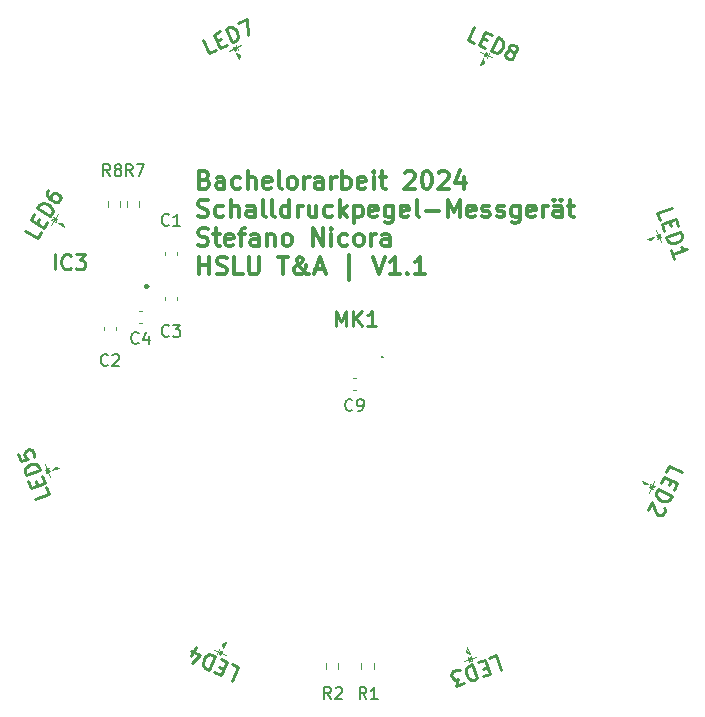
<source format=gto>
%TF.GenerationSoftware,KiCad,Pcbnew,8.0.0*%
%TF.CreationDate,2024-03-14T21:51:16+01:00*%
%TF.ProjectId,BAT2024,42415432-3032-4342-9e6b-696361645f70,1.0*%
%TF.SameCoordinates,Original*%
%TF.FileFunction,Legend,Top*%
%TF.FilePolarity,Positive*%
%FSLAX46Y46*%
G04 Gerber Fmt 4.6, Leading zero omitted, Abs format (unit mm)*
G04 Created by KiCad (PCBNEW 8.0.0) date 2024-03-14 21:51:16*
%MOMM*%
%LPD*%
G01*
G04 APERTURE LIST*
%ADD10C,0.300000*%
%ADD11C,0.254000*%
%ADD12C,0.150000*%
%ADD13C,0.120000*%
%ADD14C,0.250000*%
%ADD15C,0.200000*%
G04 APERTURE END LIST*
D10*
X101682510Y-42598366D02*
X101896796Y-42669794D01*
X101896796Y-42669794D02*
X101968225Y-42741223D01*
X101968225Y-42741223D02*
X102039653Y-42884080D01*
X102039653Y-42884080D02*
X102039653Y-43098366D01*
X102039653Y-43098366D02*
X101968225Y-43241223D01*
X101968225Y-43241223D02*
X101896796Y-43312652D01*
X101896796Y-43312652D02*
X101753939Y-43384080D01*
X101753939Y-43384080D02*
X101182510Y-43384080D01*
X101182510Y-43384080D02*
X101182510Y-41884080D01*
X101182510Y-41884080D02*
X101682510Y-41884080D01*
X101682510Y-41884080D02*
X101825368Y-41955509D01*
X101825368Y-41955509D02*
X101896796Y-42026937D01*
X101896796Y-42026937D02*
X101968225Y-42169794D01*
X101968225Y-42169794D02*
X101968225Y-42312652D01*
X101968225Y-42312652D02*
X101896796Y-42455509D01*
X101896796Y-42455509D02*
X101825368Y-42526937D01*
X101825368Y-42526937D02*
X101682510Y-42598366D01*
X101682510Y-42598366D02*
X101182510Y-42598366D01*
X103325368Y-43384080D02*
X103325368Y-42598366D01*
X103325368Y-42598366D02*
X103253939Y-42455509D01*
X103253939Y-42455509D02*
X103111082Y-42384080D01*
X103111082Y-42384080D02*
X102825368Y-42384080D01*
X102825368Y-42384080D02*
X102682510Y-42455509D01*
X103325368Y-43312652D02*
X103182510Y-43384080D01*
X103182510Y-43384080D02*
X102825368Y-43384080D01*
X102825368Y-43384080D02*
X102682510Y-43312652D01*
X102682510Y-43312652D02*
X102611082Y-43169794D01*
X102611082Y-43169794D02*
X102611082Y-43026937D01*
X102611082Y-43026937D02*
X102682510Y-42884080D01*
X102682510Y-42884080D02*
X102825368Y-42812652D01*
X102825368Y-42812652D02*
X103182510Y-42812652D01*
X103182510Y-42812652D02*
X103325368Y-42741223D01*
X104682511Y-43312652D02*
X104539653Y-43384080D01*
X104539653Y-43384080D02*
X104253939Y-43384080D01*
X104253939Y-43384080D02*
X104111082Y-43312652D01*
X104111082Y-43312652D02*
X104039653Y-43241223D01*
X104039653Y-43241223D02*
X103968225Y-43098366D01*
X103968225Y-43098366D02*
X103968225Y-42669794D01*
X103968225Y-42669794D02*
X104039653Y-42526937D01*
X104039653Y-42526937D02*
X104111082Y-42455509D01*
X104111082Y-42455509D02*
X104253939Y-42384080D01*
X104253939Y-42384080D02*
X104539653Y-42384080D01*
X104539653Y-42384080D02*
X104682511Y-42455509D01*
X105325367Y-43384080D02*
X105325367Y-41884080D01*
X105968225Y-43384080D02*
X105968225Y-42598366D01*
X105968225Y-42598366D02*
X105896796Y-42455509D01*
X105896796Y-42455509D02*
X105753939Y-42384080D01*
X105753939Y-42384080D02*
X105539653Y-42384080D01*
X105539653Y-42384080D02*
X105396796Y-42455509D01*
X105396796Y-42455509D02*
X105325367Y-42526937D01*
X107253939Y-43312652D02*
X107111082Y-43384080D01*
X107111082Y-43384080D02*
X106825368Y-43384080D01*
X106825368Y-43384080D02*
X106682510Y-43312652D01*
X106682510Y-43312652D02*
X106611082Y-43169794D01*
X106611082Y-43169794D02*
X106611082Y-42598366D01*
X106611082Y-42598366D02*
X106682510Y-42455509D01*
X106682510Y-42455509D02*
X106825368Y-42384080D01*
X106825368Y-42384080D02*
X107111082Y-42384080D01*
X107111082Y-42384080D02*
X107253939Y-42455509D01*
X107253939Y-42455509D02*
X107325368Y-42598366D01*
X107325368Y-42598366D02*
X107325368Y-42741223D01*
X107325368Y-42741223D02*
X106611082Y-42884080D01*
X108182510Y-43384080D02*
X108039653Y-43312652D01*
X108039653Y-43312652D02*
X107968224Y-43169794D01*
X107968224Y-43169794D02*
X107968224Y-41884080D01*
X108968224Y-43384080D02*
X108825367Y-43312652D01*
X108825367Y-43312652D02*
X108753938Y-43241223D01*
X108753938Y-43241223D02*
X108682510Y-43098366D01*
X108682510Y-43098366D02*
X108682510Y-42669794D01*
X108682510Y-42669794D02*
X108753938Y-42526937D01*
X108753938Y-42526937D02*
X108825367Y-42455509D01*
X108825367Y-42455509D02*
X108968224Y-42384080D01*
X108968224Y-42384080D02*
X109182510Y-42384080D01*
X109182510Y-42384080D02*
X109325367Y-42455509D01*
X109325367Y-42455509D02*
X109396796Y-42526937D01*
X109396796Y-42526937D02*
X109468224Y-42669794D01*
X109468224Y-42669794D02*
X109468224Y-43098366D01*
X109468224Y-43098366D02*
X109396796Y-43241223D01*
X109396796Y-43241223D02*
X109325367Y-43312652D01*
X109325367Y-43312652D02*
X109182510Y-43384080D01*
X109182510Y-43384080D02*
X108968224Y-43384080D01*
X110111081Y-43384080D02*
X110111081Y-42384080D01*
X110111081Y-42669794D02*
X110182510Y-42526937D01*
X110182510Y-42526937D02*
X110253939Y-42455509D01*
X110253939Y-42455509D02*
X110396796Y-42384080D01*
X110396796Y-42384080D02*
X110539653Y-42384080D01*
X111682510Y-43384080D02*
X111682510Y-42598366D01*
X111682510Y-42598366D02*
X111611081Y-42455509D01*
X111611081Y-42455509D02*
X111468224Y-42384080D01*
X111468224Y-42384080D02*
X111182510Y-42384080D01*
X111182510Y-42384080D02*
X111039652Y-42455509D01*
X111682510Y-43312652D02*
X111539652Y-43384080D01*
X111539652Y-43384080D02*
X111182510Y-43384080D01*
X111182510Y-43384080D02*
X111039652Y-43312652D01*
X111039652Y-43312652D02*
X110968224Y-43169794D01*
X110968224Y-43169794D02*
X110968224Y-43026937D01*
X110968224Y-43026937D02*
X111039652Y-42884080D01*
X111039652Y-42884080D02*
X111182510Y-42812652D01*
X111182510Y-42812652D02*
X111539652Y-42812652D01*
X111539652Y-42812652D02*
X111682510Y-42741223D01*
X112396795Y-43384080D02*
X112396795Y-42384080D01*
X112396795Y-42669794D02*
X112468224Y-42526937D01*
X112468224Y-42526937D02*
X112539653Y-42455509D01*
X112539653Y-42455509D02*
X112682510Y-42384080D01*
X112682510Y-42384080D02*
X112825367Y-42384080D01*
X113325366Y-43384080D02*
X113325366Y-41884080D01*
X113325366Y-42455509D02*
X113468224Y-42384080D01*
X113468224Y-42384080D02*
X113753938Y-42384080D01*
X113753938Y-42384080D02*
X113896795Y-42455509D01*
X113896795Y-42455509D02*
X113968224Y-42526937D01*
X113968224Y-42526937D02*
X114039652Y-42669794D01*
X114039652Y-42669794D02*
X114039652Y-43098366D01*
X114039652Y-43098366D02*
X113968224Y-43241223D01*
X113968224Y-43241223D02*
X113896795Y-43312652D01*
X113896795Y-43312652D02*
X113753938Y-43384080D01*
X113753938Y-43384080D02*
X113468224Y-43384080D01*
X113468224Y-43384080D02*
X113325366Y-43312652D01*
X115253938Y-43312652D02*
X115111081Y-43384080D01*
X115111081Y-43384080D02*
X114825367Y-43384080D01*
X114825367Y-43384080D02*
X114682509Y-43312652D01*
X114682509Y-43312652D02*
X114611081Y-43169794D01*
X114611081Y-43169794D02*
X114611081Y-42598366D01*
X114611081Y-42598366D02*
X114682509Y-42455509D01*
X114682509Y-42455509D02*
X114825367Y-42384080D01*
X114825367Y-42384080D02*
X115111081Y-42384080D01*
X115111081Y-42384080D02*
X115253938Y-42455509D01*
X115253938Y-42455509D02*
X115325367Y-42598366D01*
X115325367Y-42598366D02*
X115325367Y-42741223D01*
X115325367Y-42741223D02*
X114611081Y-42884080D01*
X115968223Y-43384080D02*
X115968223Y-42384080D01*
X115968223Y-41884080D02*
X115896795Y-41955509D01*
X115896795Y-41955509D02*
X115968223Y-42026937D01*
X115968223Y-42026937D02*
X116039652Y-41955509D01*
X116039652Y-41955509D02*
X115968223Y-41884080D01*
X115968223Y-41884080D02*
X115968223Y-42026937D01*
X116468224Y-42384080D02*
X117039652Y-42384080D01*
X116682509Y-41884080D02*
X116682509Y-43169794D01*
X116682509Y-43169794D02*
X116753938Y-43312652D01*
X116753938Y-43312652D02*
X116896795Y-43384080D01*
X116896795Y-43384080D02*
X117039652Y-43384080D01*
X118611081Y-42026937D02*
X118682509Y-41955509D01*
X118682509Y-41955509D02*
X118825367Y-41884080D01*
X118825367Y-41884080D02*
X119182509Y-41884080D01*
X119182509Y-41884080D02*
X119325367Y-41955509D01*
X119325367Y-41955509D02*
X119396795Y-42026937D01*
X119396795Y-42026937D02*
X119468224Y-42169794D01*
X119468224Y-42169794D02*
X119468224Y-42312652D01*
X119468224Y-42312652D02*
X119396795Y-42526937D01*
X119396795Y-42526937D02*
X118539652Y-43384080D01*
X118539652Y-43384080D02*
X119468224Y-43384080D01*
X120396795Y-41884080D02*
X120539652Y-41884080D01*
X120539652Y-41884080D02*
X120682509Y-41955509D01*
X120682509Y-41955509D02*
X120753938Y-42026937D01*
X120753938Y-42026937D02*
X120825366Y-42169794D01*
X120825366Y-42169794D02*
X120896795Y-42455509D01*
X120896795Y-42455509D02*
X120896795Y-42812652D01*
X120896795Y-42812652D02*
X120825366Y-43098366D01*
X120825366Y-43098366D02*
X120753938Y-43241223D01*
X120753938Y-43241223D02*
X120682509Y-43312652D01*
X120682509Y-43312652D02*
X120539652Y-43384080D01*
X120539652Y-43384080D02*
X120396795Y-43384080D01*
X120396795Y-43384080D02*
X120253938Y-43312652D01*
X120253938Y-43312652D02*
X120182509Y-43241223D01*
X120182509Y-43241223D02*
X120111080Y-43098366D01*
X120111080Y-43098366D02*
X120039652Y-42812652D01*
X120039652Y-42812652D02*
X120039652Y-42455509D01*
X120039652Y-42455509D02*
X120111080Y-42169794D01*
X120111080Y-42169794D02*
X120182509Y-42026937D01*
X120182509Y-42026937D02*
X120253938Y-41955509D01*
X120253938Y-41955509D02*
X120396795Y-41884080D01*
X121468223Y-42026937D02*
X121539651Y-41955509D01*
X121539651Y-41955509D02*
X121682509Y-41884080D01*
X121682509Y-41884080D02*
X122039651Y-41884080D01*
X122039651Y-41884080D02*
X122182509Y-41955509D01*
X122182509Y-41955509D02*
X122253937Y-42026937D01*
X122253937Y-42026937D02*
X122325366Y-42169794D01*
X122325366Y-42169794D02*
X122325366Y-42312652D01*
X122325366Y-42312652D02*
X122253937Y-42526937D01*
X122253937Y-42526937D02*
X121396794Y-43384080D01*
X121396794Y-43384080D02*
X122325366Y-43384080D01*
X123611080Y-42384080D02*
X123611080Y-43384080D01*
X123253937Y-41812652D02*
X122896794Y-42884080D01*
X122896794Y-42884080D02*
X123825365Y-42884080D01*
X101111082Y-45727568D02*
X101325368Y-45798996D01*
X101325368Y-45798996D02*
X101682510Y-45798996D01*
X101682510Y-45798996D02*
X101825368Y-45727568D01*
X101825368Y-45727568D02*
X101896796Y-45656139D01*
X101896796Y-45656139D02*
X101968225Y-45513282D01*
X101968225Y-45513282D02*
X101968225Y-45370425D01*
X101968225Y-45370425D02*
X101896796Y-45227568D01*
X101896796Y-45227568D02*
X101825368Y-45156139D01*
X101825368Y-45156139D02*
X101682510Y-45084710D01*
X101682510Y-45084710D02*
X101396796Y-45013282D01*
X101396796Y-45013282D02*
X101253939Y-44941853D01*
X101253939Y-44941853D02*
X101182510Y-44870425D01*
X101182510Y-44870425D02*
X101111082Y-44727568D01*
X101111082Y-44727568D02*
X101111082Y-44584710D01*
X101111082Y-44584710D02*
X101182510Y-44441853D01*
X101182510Y-44441853D02*
X101253939Y-44370425D01*
X101253939Y-44370425D02*
X101396796Y-44298996D01*
X101396796Y-44298996D02*
X101753939Y-44298996D01*
X101753939Y-44298996D02*
X101968225Y-44370425D01*
X103253939Y-45727568D02*
X103111081Y-45798996D01*
X103111081Y-45798996D02*
X102825367Y-45798996D01*
X102825367Y-45798996D02*
X102682510Y-45727568D01*
X102682510Y-45727568D02*
X102611081Y-45656139D01*
X102611081Y-45656139D02*
X102539653Y-45513282D01*
X102539653Y-45513282D02*
X102539653Y-45084710D01*
X102539653Y-45084710D02*
X102611081Y-44941853D01*
X102611081Y-44941853D02*
X102682510Y-44870425D01*
X102682510Y-44870425D02*
X102825367Y-44798996D01*
X102825367Y-44798996D02*
X103111081Y-44798996D01*
X103111081Y-44798996D02*
X103253939Y-44870425D01*
X103896795Y-45798996D02*
X103896795Y-44298996D01*
X104539653Y-45798996D02*
X104539653Y-45013282D01*
X104539653Y-45013282D02*
X104468224Y-44870425D01*
X104468224Y-44870425D02*
X104325367Y-44798996D01*
X104325367Y-44798996D02*
X104111081Y-44798996D01*
X104111081Y-44798996D02*
X103968224Y-44870425D01*
X103968224Y-44870425D02*
X103896795Y-44941853D01*
X105896796Y-45798996D02*
X105896796Y-45013282D01*
X105896796Y-45013282D02*
X105825367Y-44870425D01*
X105825367Y-44870425D02*
X105682510Y-44798996D01*
X105682510Y-44798996D02*
X105396796Y-44798996D01*
X105396796Y-44798996D02*
X105253938Y-44870425D01*
X105896796Y-45727568D02*
X105753938Y-45798996D01*
X105753938Y-45798996D02*
X105396796Y-45798996D01*
X105396796Y-45798996D02*
X105253938Y-45727568D01*
X105253938Y-45727568D02*
X105182510Y-45584710D01*
X105182510Y-45584710D02*
X105182510Y-45441853D01*
X105182510Y-45441853D02*
X105253938Y-45298996D01*
X105253938Y-45298996D02*
X105396796Y-45227568D01*
X105396796Y-45227568D02*
X105753938Y-45227568D01*
X105753938Y-45227568D02*
X105896796Y-45156139D01*
X106825367Y-45798996D02*
X106682510Y-45727568D01*
X106682510Y-45727568D02*
X106611081Y-45584710D01*
X106611081Y-45584710D02*
X106611081Y-44298996D01*
X107611081Y-45798996D02*
X107468224Y-45727568D01*
X107468224Y-45727568D02*
X107396795Y-45584710D01*
X107396795Y-45584710D02*
X107396795Y-44298996D01*
X108825367Y-45798996D02*
X108825367Y-44298996D01*
X108825367Y-45727568D02*
X108682509Y-45798996D01*
X108682509Y-45798996D02*
X108396795Y-45798996D01*
X108396795Y-45798996D02*
X108253938Y-45727568D01*
X108253938Y-45727568D02*
X108182509Y-45656139D01*
X108182509Y-45656139D02*
X108111081Y-45513282D01*
X108111081Y-45513282D02*
X108111081Y-45084710D01*
X108111081Y-45084710D02*
X108182509Y-44941853D01*
X108182509Y-44941853D02*
X108253938Y-44870425D01*
X108253938Y-44870425D02*
X108396795Y-44798996D01*
X108396795Y-44798996D02*
X108682509Y-44798996D01*
X108682509Y-44798996D02*
X108825367Y-44870425D01*
X109539652Y-45798996D02*
X109539652Y-44798996D01*
X109539652Y-45084710D02*
X109611081Y-44941853D01*
X109611081Y-44941853D02*
X109682510Y-44870425D01*
X109682510Y-44870425D02*
X109825367Y-44798996D01*
X109825367Y-44798996D02*
X109968224Y-44798996D01*
X111111081Y-44798996D02*
X111111081Y-45798996D01*
X110468223Y-44798996D02*
X110468223Y-45584710D01*
X110468223Y-45584710D02*
X110539652Y-45727568D01*
X110539652Y-45727568D02*
X110682509Y-45798996D01*
X110682509Y-45798996D02*
X110896795Y-45798996D01*
X110896795Y-45798996D02*
X111039652Y-45727568D01*
X111039652Y-45727568D02*
X111111081Y-45656139D01*
X112468224Y-45727568D02*
X112325366Y-45798996D01*
X112325366Y-45798996D02*
X112039652Y-45798996D01*
X112039652Y-45798996D02*
X111896795Y-45727568D01*
X111896795Y-45727568D02*
X111825366Y-45656139D01*
X111825366Y-45656139D02*
X111753938Y-45513282D01*
X111753938Y-45513282D02*
X111753938Y-45084710D01*
X111753938Y-45084710D02*
X111825366Y-44941853D01*
X111825366Y-44941853D02*
X111896795Y-44870425D01*
X111896795Y-44870425D02*
X112039652Y-44798996D01*
X112039652Y-44798996D02*
X112325366Y-44798996D01*
X112325366Y-44798996D02*
X112468224Y-44870425D01*
X113111080Y-45798996D02*
X113111080Y-44298996D01*
X113253938Y-45227568D02*
X113682509Y-45798996D01*
X113682509Y-44798996D02*
X113111080Y-45370425D01*
X114325366Y-44798996D02*
X114325366Y-46298996D01*
X114325366Y-44870425D02*
X114468224Y-44798996D01*
X114468224Y-44798996D02*
X114753938Y-44798996D01*
X114753938Y-44798996D02*
X114896795Y-44870425D01*
X114896795Y-44870425D02*
X114968224Y-44941853D01*
X114968224Y-44941853D02*
X115039652Y-45084710D01*
X115039652Y-45084710D02*
X115039652Y-45513282D01*
X115039652Y-45513282D02*
X114968224Y-45656139D01*
X114968224Y-45656139D02*
X114896795Y-45727568D01*
X114896795Y-45727568D02*
X114753938Y-45798996D01*
X114753938Y-45798996D02*
X114468224Y-45798996D01*
X114468224Y-45798996D02*
X114325366Y-45727568D01*
X116253938Y-45727568D02*
X116111081Y-45798996D01*
X116111081Y-45798996D02*
X115825367Y-45798996D01*
X115825367Y-45798996D02*
X115682509Y-45727568D01*
X115682509Y-45727568D02*
X115611081Y-45584710D01*
X115611081Y-45584710D02*
X115611081Y-45013282D01*
X115611081Y-45013282D02*
X115682509Y-44870425D01*
X115682509Y-44870425D02*
X115825367Y-44798996D01*
X115825367Y-44798996D02*
X116111081Y-44798996D01*
X116111081Y-44798996D02*
X116253938Y-44870425D01*
X116253938Y-44870425D02*
X116325367Y-45013282D01*
X116325367Y-45013282D02*
X116325367Y-45156139D01*
X116325367Y-45156139D02*
X115611081Y-45298996D01*
X117611081Y-44798996D02*
X117611081Y-46013282D01*
X117611081Y-46013282D02*
X117539652Y-46156139D01*
X117539652Y-46156139D02*
X117468223Y-46227568D01*
X117468223Y-46227568D02*
X117325366Y-46298996D01*
X117325366Y-46298996D02*
X117111081Y-46298996D01*
X117111081Y-46298996D02*
X116968223Y-46227568D01*
X117611081Y-45727568D02*
X117468223Y-45798996D01*
X117468223Y-45798996D02*
X117182509Y-45798996D01*
X117182509Y-45798996D02*
X117039652Y-45727568D01*
X117039652Y-45727568D02*
X116968223Y-45656139D01*
X116968223Y-45656139D02*
X116896795Y-45513282D01*
X116896795Y-45513282D02*
X116896795Y-45084710D01*
X116896795Y-45084710D02*
X116968223Y-44941853D01*
X116968223Y-44941853D02*
X117039652Y-44870425D01*
X117039652Y-44870425D02*
X117182509Y-44798996D01*
X117182509Y-44798996D02*
X117468223Y-44798996D01*
X117468223Y-44798996D02*
X117611081Y-44870425D01*
X118896795Y-45727568D02*
X118753938Y-45798996D01*
X118753938Y-45798996D02*
X118468224Y-45798996D01*
X118468224Y-45798996D02*
X118325366Y-45727568D01*
X118325366Y-45727568D02*
X118253938Y-45584710D01*
X118253938Y-45584710D02*
X118253938Y-45013282D01*
X118253938Y-45013282D02*
X118325366Y-44870425D01*
X118325366Y-44870425D02*
X118468224Y-44798996D01*
X118468224Y-44798996D02*
X118753938Y-44798996D01*
X118753938Y-44798996D02*
X118896795Y-44870425D01*
X118896795Y-44870425D02*
X118968224Y-45013282D01*
X118968224Y-45013282D02*
X118968224Y-45156139D01*
X118968224Y-45156139D02*
X118253938Y-45298996D01*
X119825366Y-45798996D02*
X119682509Y-45727568D01*
X119682509Y-45727568D02*
X119611080Y-45584710D01*
X119611080Y-45584710D02*
X119611080Y-44298996D01*
X120396794Y-45227568D02*
X121539652Y-45227568D01*
X122253937Y-45798996D02*
X122253937Y-44298996D01*
X122253937Y-44298996D02*
X122753937Y-45370425D01*
X122753937Y-45370425D02*
X123253937Y-44298996D01*
X123253937Y-44298996D02*
X123253937Y-45798996D01*
X124539652Y-45727568D02*
X124396795Y-45798996D01*
X124396795Y-45798996D02*
X124111081Y-45798996D01*
X124111081Y-45798996D02*
X123968223Y-45727568D01*
X123968223Y-45727568D02*
X123896795Y-45584710D01*
X123896795Y-45584710D02*
X123896795Y-45013282D01*
X123896795Y-45013282D02*
X123968223Y-44870425D01*
X123968223Y-44870425D02*
X124111081Y-44798996D01*
X124111081Y-44798996D02*
X124396795Y-44798996D01*
X124396795Y-44798996D02*
X124539652Y-44870425D01*
X124539652Y-44870425D02*
X124611081Y-45013282D01*
X124611081Y-45013282D02*
X124611081Y-45156139D01*
X124611081Y-45156139D02*
X123896795Y-45298996D01*
X125182509Y-45727568D02*
X125325366Y-45798996D01*
X125325366Y-45798996D02*
X125611080Y-45798996D01*
X125611080Y-45798996D02*
X125753937Y-45727568D01*
X125753937Y-45727568D02*
X125825366Y-45584710D01*
X125825366Y-45584710D02*
X125825366Y-45513282D01*
X125825366Y-45513282D02*
X125753937Y-45370425D01*
X125753937Y-45370425D02*
X125611080Y-45298996D01*
X125611080Y-45298996D02*
X125396795Y-45298996D01*
X125396795Y-45298996D02*
X125253937Y-45227568D01*
X125253937Y-45227568D02*
X125182509Y-45084710D01*
X125182509Y-45084710D02*
X125182509Y-45013282D01*
X125182509Y-45013282D02*
X125253937Y-44870425D01*
X125253937Y-44870425D02*
X125396795Y-44798996D01*
X125396795Y-44798996D02*
X125611080Y-44798996D01*
X125611080Y-44798996D02*
X125753937Y-44870425D01*
X126396795Y-45727568D02*
X126539652Y-45798996D01*
X126539652Y-45798996D02*
X126825366Y-45798996D01*
X126825366Y-45798996D02*
X126968223Y-45727568D01*
X126968223Y-45727568D02*
X127039652Y-45584710D01*
X127039652Y-45584710D02*
X127039652Y-45513282D01*
X127039652Y-45513282D02*
X126968223Y-45370425D01*
X126968223Y-45370425D02*
X126825366Y-45298996D01*
X126825366Y-45298996D02*
X126611081Y-45298996D01*
X126611081Y-45298996D02*
X126468223Y-45227568D01*
X126468223Y-45227568D02*
X126396795Y-45084710D01*
X126396795Y-45084710D02*
X126396795Y-45013282D01*
X126396795Y-45013282D02*
X126468223Y-44870425D01*
X126468223Y-44870425D02*
X126611081Y-44798996D01*
X126611081Y-44798996D02*
X126825366Y-44798996D01*
X126825366Y-44798996D02*
X126968223Y-44870425D01*
X128325367Y-44798996D02*
X128325367Y-46013282D01*
X128325367Y-46013282D02*
X128253938Y-46156139D01*
X128253938Y-46156139D02*
X128182509Y-46227568D01*
X128182509Y-46227568D02*
X128039652Y-46298996D01*
X128039652Y-46298996D02*
X127825367Y-46298996D01*
X127825367Y-46298996D02*
X127682509Y-46227568D01*
X128325367Y-45727568D02*
X128182509Y-45798996D01*
X128182509Y-45798996D02*
X127896795Y-45798996D01*
X127896795Y-45798996D02*
X127753938Y-45727568D01*
X127753938Y-45727568D02*
X127682509Y-45656139D01*
X127682509Y-45656139D02*
X127611081Y-45513282D01*
X127611081Y-45513282D02*
X127611081Y-45084710D01*
X127611081Y-45084710D02*
X127682509Y-44941853D01*
X127682509Y-44941853D02*
X127753938Y-44870425D01*
X127753938Y-44870425D02*
X127896795Y-44798996D01*
X127896795Y-44798996D02*
X128182509Y-44798996D01*
X128182509Y-44798996D02*
X128325367Y-44870425D01*
X129611081Y-45727568D02*
X129468224Y-45798996D01*
X129468224Y-45798996D02*
X129182510Y-45798996D01*
X129182510Y-45798996D02*
X129039652Y-45727568D01*
X129039652Y-45727568D02*
X128968224Y-45584710D01*
X128968224Y-45584710D02*
X128968224Y-45013282D01*
X128968224Y-45013282D02*
X129039652Y-44870425D01*
X129039652Y-44870425D02*
X129182510Y-44798996D01*
X129182510Y-44798996D02*
X129468224Y-44798996D01*
X129468224Y-44798996D02*
X129611081Y-44870425D01*
X129611081Y-44870425D02*
X129682510Y-45013282D01*
X129682510Y-45013282D02*
X129682510Y-45156139D01*
X129682510Y-45156139D02*
X128968224Y-45298996D01*
X130325366Y-45798996D02*
X130325366Y-44798996D01*
X130325366Y-45084710D02*
X130396795Y-44941853D01*
X130396795Y-44941853D02*
X130468224Y-44870425D01*
X130468224Y-44870425D02*
X130611081Y-44798996D01*
X130611081Y-44798996D02*
X130753938Y-44798996D01*
X131896795Y-45798996D02*
X131896795Y-45013282D01*
X131896795Y-45013282D02*
X131825366Y-44870425D01*
X131825366Y-44870425D02*
X131682509Y-44798996D01*
X131682509Y-44798996D02*
X131396795Y-44798996D01*
X131396795Y-44798996D02*
X131253937Y-44870425D01*
X131896795Y-45727568D02*
X131753937Y-45798996D01*
X131753937Y-45798996D02*
X131396795Y-45798996D01*
X131396795Y-45798996D02*
X131253937Y-45727568D01*
X131253937Y-45727568D02*
X131182509Y-45584710D01*
X131182509Y-45584710D02*
X131182509Y-45441853D01*
X131182509Y-45441853D02*
X131253937Y-45298996D01*
X131253937Y-45298996D02*
X131396795Y-45227568D01*
X131396795Y-45227568D02*
X131753937Y-45227568D01*
X131753937Y-45227568D02*
X131896795Y-45156139D01*
X131253937Y-44298996D02*
X131325366Y-44370425D01*
X131325366Y-44370425D02*
X131253937Y-44441853D01*
X131253937Y-44441853D02*
X131182509Y-44370425D01*
X131182509Y-44370425D02*
X131253937Y-44298996D01*
X131253937Y-44298996D02*
X131253937Y-44441853D01*
X131825366Y-44298996D02*
X131896795Y-44370425D01*
X131896795Y-44370425D02*
X131825366Y-44441853D01*
X131825366Y-44441853D02*
X131753937Y-44370425D01*
X131753937Y-44370425D02*
X131825366Y-44298996D01*
X131825366Y-44298996D02*
X131825366Y-44441853D01*
X132396795Y-44798996D02*
X132968223Y-44798996D01*
X132611080Y-44298996D02*
X132611080Y-45584710D01*
X132611080Y-45584710D02*
X132682509Y-45727568D01*
X132682509Y-45727568D02*
X132825366Y-45798996D01*
X132825366Y-45798996D02*
X132968223Y-45798996D01*
X101111082Y-48142484D02*
X101325368Y-48213912D01*
X101325368Y-48213912D02*
X101682510Y-48213912D01*
X101682510Y-48213912D02*
X101825368Y-48142484D01*
X101825368Y-48142484D02*
X101896796Y-48071055D01*
X101896796Y-48071055D02*
X101968225Y-47928198D01*
X101968225Y-47928198D02*
X101968225Y-47785341D01*
X101968225Y-47785341D02*
X101896796Y-47642484D01*
X101896796Y-47642484D02*
X101825368Y-47571055D01*
X101825368Y-47571055D02*
X101682510Y-47499626D01*
X101682510Y-47499626D02*
X101396796Y-47428198D01*
X101396796Y-47428198D02*
X101253939Y-47356769D01*
X101253939Y-47356769D02*
X101182510Y-47285341D01*
X101182510Y-47285341D02*
X101111082Y-47142484D01*
X101111082Y-47142484D02*
X101111082Y-46999626D01*
X101111082Y-46999626D02*
X101182510Y-46856769D01*
X101182510Y-46856769D02*
X101253939Y-46785341D01*
X101253939Y-46785341D02*
X101396796Y-46713912D01*
X101396796Y-46713912D02*
X101753939Y-46713912D01*
X101753939Y-46713912D02*
X101968225Y-46785341D01*
X102396796Y-47213912D02*
X102968224Y-47213912D01*
X102611081Y-46713912D02*
X102611081Y-47999626D01*
X102611081Y-47999626D02*
X102682510Y-48142484D01*
X102682510Y-48142484D02*
X102825367Y-48213912D01*
X102825367Y-48213912D02*
X102968224Y-48213912D01*
X104039653Y-48142484D02*
X103896796Y-48213912D01*
X103896796Y-48213912D02*
X103611082Y-48213912D01*
X103611082Y-48213912D02*
X103468224Y-48142484D01*
X103468224Y-48142484D02*
X103396796Y-47999626D01*
X103396796Y-47999626D02*
X103396796Y-47428198D01*
X103396796Y-47428198D02*
X103468224Y-47285341D01*
X103468224Y-47285341D02*
X103611082Y-47213912D01*
X103611082Y-47213912D02*
X103896796Y-47213912D01*
X103896796Y-47213912D02*
X104039653Y-47285341D01*
X104039653Y-47285341D02*
X104111082Y-47428198D01*
X104111082Y-47428198D02*
X104111082Y-47571055D01*
X104111082Y-47571055D02*
X103396796Y-47713912D01*
X104539653Y-47213912D02*
X105111081Y-47213912D01*
X104753938Y-48213912D02*
X104753938Y-46928198D01*
X104753938Y-46928198D02*
X104825367Y-46785341D01*
X104825367Y-46785341D02*
X104968224Y-46713912D01*
X104968224Y-46713912D02*
X105111081Y-46713912D01*
X106253939Y-48213912D02*
X106253939Y-47428198D01*
X106253939Y-47428198D02*
X106182510Y-47285341D01*
X106182510Y-47285341D02*
X106039653Y-47213912D01*
X106039653Y-47213912D02*
X105753939Y-47213912D01*
X105753939Y-47213912D02*
X105611081Y-47285341D01*
X106253939Y-48142484D02*
X106111081Y-48213912D01*
X106111081Y-48213912D02*
X105753939Y-48213912D01*
X105753939Y-48213912D02*
X105611081Y-48142484D01*
X105611081Y-48142484D02*
X105539653Y-47999626D01*
X105539653Y-47999626D02*
X105539653Y-47856769D01*
X105539653Y-47856769D02*
X105611081Y-47713912D01*
X105611081Y-47713912D02*
X105753939Y-47642484D01*
X105753939Y-47642484D02*
X106111081Y-47642484D01*
X106111081Y-47642484D02*
X106253939Y-47571055D01*
X106968224Y-47213912D02*
X106968224Y-48213912D01*
X106968224Y-47356769D02*
X107039653Y-47285341D01*
X107039653Y-47285341D02*
X107182510Y-47213912D01*
X107182510Y-47213912D02*
X107396796Y-47213912D01*
X107396796Y-47213912D02*
X107539653Y-47285341D01*
X107539653Y-47285341D02*
X107611082Y-47428198D01*
X107611082Y-47428198D02*
X107611082Y-48213912D01*
X108539653Y-48213912D02*
X108396796Y-48142484D01*
X108396796Y-48142484D02*
X108325367Y-48071055D01*
X108325367Y-48071055D02*
X108253939Y-47928198D01*
X108253939Y-47928198D02*
X108253939Y-47499626D01*
X108253939Y-47499626D02*
X108325367Y-47356769D01*
X108325367Y-47356769D02*
X108396796Y-47285341D01*
X108396796Y-47285341D02*
X108539653Y-47213912D01*
X108539653Y-47213912D02*
X108753939Y-47213912D01*
X108753939Y-47213912D02*
X108896796Y-47285341D01*
X108896796Y-47285341D02*
X108968225Y-47356769D01*
X108968225Y-47356769D02*
X109039653Y-47499626D01*
X109039653Y-47499626D02*
X109039653Y-47928198D01*
X109039653Y-47928198D02*
X108968225Y-48071055D01*
X108968225Y-48071055D02*
X108896796Y-48142484D01*
X108896796Y-48142484D02*
X108753939Y-48213912D01*
X108753939Y-48213912D02*
X108539653Y-48213912D01*
X110825367Y-48213912D02*
X110825367Y-46713912D01*
X110825367Y-46713912D02*
X111682510Y-48213912D01*
X111682510Y-48213912D02*
X111682510Y-46713912D01*
X112396796Y-48213912D02*
X112396796Y-47213912D01*
X112396796Y-46713912D02*
X112325368Y-46785341D01*
X112325368Y-46785341D02*
X112396796Y-46856769D01*
X112396796Y-46856769D02*
X112468225Y-46785341D01*
X112468225Y-46785341D02*
X112396796Y-46713912D01*
X112396796Y-46713912D02*
X112396796Y-46856769D01*
X113753940Y-48142484D02*
X113611082Y-48213912D01*
X113611082Y-48213912D02*
X113325368Y-48213912D01*
X113325368Y-48213912D02*
X113182511Y-48142484D01*
X113182511Y-48142484D02*
X113111082Y-48071055D01*
X113111082Y-48071055D02*
X113039654Y-47928198D01*
X113039654Y-47928198D02*
X113039654Y-47499626D01*
X113039654Y-47499626D02*
X113111082Y-47356769D01*
X113111082Y-47356769D02*
X113182511Y-47285341D01*
X113182511Y-47285341D02*
X113325368Y-47213912D01*
X113325368Y-47213912D02*
X113611082Y-47213912D01*
X113611082Y-47213912D02*
X113753940Y-47285341D01*
X114611082Y-48213912D02*
X114468225Y-48142484D01*
X114468225Y-48142484D02*
X114396796Y-48071055D01*
X114396796Y-48071055D02*
X114325368Y-47928198D01*
X114325368Y-47928198D02*
X114325368Y-47499626D01*
X114325368Y-47499626D02*
X114396796Y-47356769D01*
X114396796Y-47356769D02*
X114468225Y-47285341D01*
X114468225Y-47285341D02*
X114611082Y-47213912D01*
X114611082Y-47213912D02*
X114825368Y-47213912D01*
X114825368Y-47213912D02*
X114968225Y-47285341D01*
X114968225Y-47285341D02*
X115039654Y-47356769D01*
X115039654Y-47356769D02*
X115111082Y-47499626D01*
X115111082Y-47499626D02*
X115111082Y-47928198D01*
X115111082Y-47928198D02*
X115039654Y-48071055D01*
X115039654Y-48071055D02*
X114968225Y-48142484D01*
X114968225Y-48142484D02*
X114825368Y-48213912D01*
X114825368Y-48213912D02*
X114611082Y-48213912D01*
X115753939Y-48213912D02*
X115753939Y-47213912D01*
X115753939Y-47499626D02*
X115825368Y-47356769D01*
X115825368Y-47356769D02*
X115896797Y-47285341D01*
X115896797Y-47285341D02*
X116039654Y-47213912D01*
X116039654Y-47213912D02*
X116182511Y-47213912D01*
X117325368Y-48213912D02*
X117325368Y-47428198D01*
X117325368Y-47428198D02*
X117253939Y-47285341D01*
X117253939Y-47285341D02*
X117111082Y-47213912D01*
X117111082Y-47213912D02*
X116825368Y-47213912D01*
X116825368Y-47213912D02*
X116682510Y-47285341D01*
X117325368Y-48142484D02*
X117182510Y-48213912D01*
X117182510Y-48213912D02*
X116825368Y-48213912D01*
X116825368Y-48213912D02*
X116682510Y-48142484D01*
X116682510Y-48142484D02*
X116611082Y-47999626D01*
X116611082Y-47999626D02*
X116611082Y-47856769D01*
X116611082Y-47856769D02*
X116682510Y-47713912D01*
X116682510Y-47713912D02*
X116825368Y-47642484D01*
X116825368Y-47642484D02*
X117182510Y-47642484D01*
X117182510Y-47642484D02*
X117325368Y-47571055D01*
X101182510Y-50628828D02*
X101182510Y-49128828D01*
X101182510Y-49843114D02*
X102039653Y-49843114D01*
X102039653Y-50628828D02*
X102039653Y-49128828D01*
X102682511Y-50557400D02*
X102896797Y-50628828D01*
X102896797Y-50628828D02*
X103253939Y-50628828D01*
X103253939Y-50628828D02*
X103396797Y-50557400D01*
X103396797Y-50557400D02*
X103468225Y-50485971D01*
X103468225Y-50485971D02*
X103539654Y-50343114D01*
X103539654Y-50343114D02*
X103539654Y-50200257D01*
X103539654Y-50200257D02*
X103468225Y-50057400D01*
X103468225Y-50057400D02*
X103396797Y-49985971D01*
X103396797Y-49985971D02*
X103253939Y-49914542D01*
X103253939Y-49914542D02*
X102968225Y-49843114D01*
X102968225Y-49843114D02*
X102825368Y-49771685D01*
X102825368Y-49771685D02*
X102753939Y-49700257D01*
X102753939Y-49700257D02*
X102682511Y-49557400D01*
X102682511Y-49557400D02*
X102682511Y-49414542D01*
X102682511Y-49414542D02*
X102753939Y-49271685D01*
X102753939Y-49271685D02*
X102825368Y-49200257D01*
X102825368Y-49200257D02*
X102968225Y-49128828D01*
X102968225Y-49128828D02*
X103325368Y-49128828D01*
X103325368Y-49128828D02*
X103539654Y-49200257D01*
X104896796Y-50628828D02*
X104182510Y-50628828D01*
X104182510Y-50628828D02*
X104182510Y-49128828D01*
X105396796Y-49128828D02*
X105396796Y-50343114D01*
X105396796Y-50343114D02*
X105468225Y-50485971D01*
X105468225Y-50485971D02*
X105539654Y-50557400D01*
X105539654Y-50557400D02*
X105682511Y-50628828D01*
X105682511Y-50628828D02*
X105968225Y-50628828D01*
X105968225Y-50628828D02*
X106111082Y-50557400D01*
X106111082Y-50557400D02*
X106182511Y-50485971D01*
X106182511Y-50485971D02*
X106253939Y-50343114D01*
X106253939Y-50343114D02*
X106253939Y-49128828D01*
X107896797Y-49128828D02*
X108753940Y-49128828D01*
X108325368Y-50628828D02*
X108325368Y-49128828D01*
X110468225Y-50628828D02*
X110396797Y-50628828D01*
X110396797Y-50628828D02*
X110253939Y-50557400D01*
X110253939Y-50557400D02*
X110039654Y-50343114D01*
X110039654Y-50343114D02*
X109682511Y-49914542D01*
X109682511Y-49914542D02*
X109539654Y-49700257D01*
X109539654Y-49700257D02*
X109468225Y-49485971D01*
X109468225Y-49485971D02*
X109468225Y-49343114D01*
X109468225Y-49343114D02*
X109539654Y-49200257D01*
X109539654Y-49200257D02*
X109682511Y-49128828D01*
X109682511Y-49128828D02*
X109753939Y-49128828D01*
X109753939Y-49128828D02*
X109896797Y-49200257D01*
X109896797Y-49200257D02*
X109968225Y-49343114D01*
X109968225Y-49343114D02*
X109968225Y-49414542D01*
X109968225Y-49414542D02*
X109896797Y-49557400D01*
X109896797Y-49557400D02*
X109825368Y-49628828D01*
X109825368Y-49628828D02*
X109396797Y-49914542D01*
X109396797Y-49914542D02*
X109325368Y-49985971D01*
X109325368Y-49985971D02*
X109253939Y-50128828D01*
X109253939Y-50128828D02*
X109253939Y-50343114D01*
X109253939Y-50343114D02*
X109325368Y-50485971D01*
X109325368Y-50485971D02*
X109396797Y-50557400D01*
X109396797Y-50557400D02*
X109539654Y-50628828D01*
X109539654Y-50628828D02*
X109753939Y-50628828D01*
X109753939Y-50628828D02*
X109896797Y-50557400D01*
X109896797Y-50557400D02*
X109968225Y-50485971D01*
X109968225Y-50485971D02*
X110182511Y-50200257D01*
X110182511Y-50200257D02*
X110253939Y-49985971D01*
X110253939Y-49985971D02*
X110253939Y-49843114D01*
X111039654Y-50200257D02*
X111753940Y-50200257D01*
X110896797Y-50628828D02*
X111396797Y-49128828D01*
X111396797Y-49128828D02*
X111896797Y-50628828D01*
X113896796Y-51128828D02*
X113896796Y-48985971D01*
X115896796Y-49128828D02*
X116396796Y-50628828D01*
X116396796Y-50628828D02*
X116896796Y-49128828D01*
X118182510Y-50628828D02*
X117325367Y-50628828D01*
X117753938Y-50628828D02*
X117753938Y-49128828D01*
X117753938Y-49128828D02*
X117611081Y-49343114D01*
X117611081Y-49343114D02*
X117468224Y-49485971D01*
X117468224Y-49485971D02*
X117325367Y-49557400D01*
X118825366Y-50485971D02*
X118896795Y-50557400D01*
X118896795Y-50557400D02*
X118825366Y-50628828D01*
X118825366Y-50628828D02*
X118753938Y-50557400D01*
X118753938Y-50557400D02*
X118825366Y-50485971D01*
X118825366Y-50485971D02*
X118825366Y-50628828D01*
X120325367Y-50628828D02*
X119468224Y-50628828D01*
X119896795Y-50628828D02*
X119896795Y-49128828D01*
X119896795Y-49128828D02*
X119753938Y-49343114D01*
X119753938Y-49343114D02*
X119611081Y-49485971D01*
X119611081Y-49485971D02*
X119468224Y-49557400D01*
D11*
X102582680Y-31649129D02*
X102034580Y-31904713D01*
X102034580Y-31904713D02*
X101497855Y-30753702D01*
X102685208Y-30867311D02*
X103068879Y-30688402D01*
X103514451Y-31214638D02*
X102966350Y-31470221D01*
X102966350Y-31470221D02*
X102429625Y-30319210D01*
X102429625Y-30319210D02*
X102977725Y-30063627D01*
X104007741Y-30984612D02*
X103471016Y-29833602D01*
X103471016Y-29833602D02*
X103745066Y-29705810D01*
X103745066Y-29705810D02*
X103935055Y-29683945D01*
X103935055Y-29683945D02*
X104095792Y-29742448D01*
X104095792Y-29742448D02*
X104201718Y-29826510D01*
X104201718Y-29826510D02*
X104358762Y-30020192D01*
X104358762Y-30020192D02*
X104435437Y-30184622D01*
X104435437Y-30184622D02*
X104482860Y-30429421D01*
X104482860Y-30429421D02*
X104479167Y-30564599D01*
X104479167Y-30564599D02*
X104420663Y-30725336D01*
X104420663Y-30725336D02*
X104281792Y-30856821D01*
X104281792Y-30856821D02*
X104007741Y-30984612D01*
X104512407Y-29347993D02*
X105279748Y-28990176D01*
X105279748Y-28990176D02*
X105323182Y-30371212D01*
X103958753Y-83608111D02*
X104506853Y-83863695D01*
X104506853Y-83863695D02*
X103970128Y-85014706D01*
X103293941Y-84032114D02*
X102910270Y-83853205D01*
X103026982Y-83173620D02*
X103575082Y-83429203D01*
X103575082Y-83429203D02*
X103038357Y-84580214D01*
X103038357Y-84580214D02*
X102490257Y-84324631D01*
X102533691Y-82943594D02*
X101996966Y-84094605D01*
X101996966Y-84094605D02*
X101722916Y-83966814D01*
X101722916Y-83966814D02*
X101584044Y-83835329D01*
X101584044Y-83835329D02*
X101525541Y-83674592D01*
X101525541Y-83674592D02*
X101521847Y-83539413D01*
X101521847Y-83539413D02*
X101569271Y-83294615D01*
X101569271Y-83294615D02*
X101645946Y-83130185D01*
X101645946Y-83130185D02*
X101802989Y-82936503D01*
X101802989Y-82936503D02*
X101908916Y-82852441D01*
X101908916Y-82852441D02*
X102069653Y-82793938D01*
X102069653Y-82793938D02*
X102259641Y-82815803D01*
X102259641Y-82815803D02*
X102533691Y-82943594D01*
X100531573Y-82944185D02*
X100889390Y-82176844D01*
X100601157Y-83510457D02*
X101258582Y-82816098D01*
X101258582Y-82816098D02*
X100546052Y-82483839D01*
X140708111Y-67397246D02*
X140963695Y-66849146D01*
X140963695Y-66849146D02*
X142114706Y-67385871D01*
X141132114Y-68062058D02*
X140953205Y-68445729D01*
X140273620Y-68329017D02*
X140529203Y-67780917D01*
X140529203Y-67780917D02*
X141680214Y-68317642D01*
X141680214Y-68317642D02*
X141424631Y-68865742D01*
X140043594Y-68822308D02*
X141194605Y-69359033D01*
X141194605Y-69359033D02*
X141066814Y-69633083D01*
X141066814Y-69633083D02*
X140935329Y-69771955D01*
X140935329Y-69771955D02*
X140774592Y-69830458D01*
X140774592Y-69830458D02*
X140639413Y-69834152D01*
X140639413Y-69834152D02*
X140394615Y-69786728D01*
X140394615Y-69786728D02*
X140230185Y-69710053D01*
X140230185Y-69710053D02*
X140036503Y-69553010D01*
X140036503Y-69553010D02*
X139952441Y-69447083D01*
X139952441Y-69447083D02*
X139893938Y-69286346D01*
X139893938Y-69286346D02*
X139915803Y-69096358D01*
X139915803Y-69096358D02*
X140043594Y-68822308D01*
X140573818Y-70404117D02*
X140603070Y-70484485D01*
X140603070Y-70484485D02*
X140606763Y-70619664D01*
X140606763Y-70619664D02*
X140478972Y-70893714D01*
X140478972Y-70893714D02*
X140373045Y-70977776D01*
X140373045Y-70977776D02*
X140292677Y-71007028D01*
X140292677Y-71007028D02*
X140157498Y-71010721D01*
X140157498Y-71010721D02*
X140047878Y-70959604D01*
X140047878Y-70959604D02*
X139909006Y-70828119D01*
X139909006Y-70828119D02*
X139557986Y-69863698D01*
X139557986Y-69863698D02*
X139225727Y-70576229D01*
X140202241Y-45988946D02*
X139995401Y-45420656D01*
X139995401Y-45420656D02*
X141188810Y-44986290D01*
X140972149Y-46159224D02*
X141116938Y-46557027D01*
X140553870Y-46955039D02*
X140347030Y-46386749D01*
X140347030Y-46386749D02*
X141540439Y-45952383D01*
X141540439Y-45952383D02*
X141747280Y-46520674D01*
X140740027Y-47466501D02*
X141933437Y-47032135D01*
X141933437Y-47032135D02*
X142036857Y-47316280D01*
X142036857Y-47316280D02*
X142042080Y-47507452D01*
X142042080Y-47507452D02*
X141969791Y-47662478D01*
X141969791Y-47662478D02*
X141876817Y-47760675D01*
X141876817Y-47760675D02*
X141670185Y-47900240D01*
X141670185Y-47900240D02*
X141499697Y-47962293D01*
X141499697Y-47962293D02*
X141251697Y-47988200D01*
X141251697Y-47988200D02*
X141117355Y-47972739D01*
X141117355Y-47972739D02*
X140962329Y-47900449D01*
X140962329Y-47900449D02*
X140843448Y-47750646D01*
X140843448Y-47750646D02*
X140740027Y-47466501D01*
X141401918Y-49285030D02*
X141153709Y-48603082D01*
X141277813Y-48944056D02*
X142471223Y-48509690D01*
X142471223Y-48509690D02*
X142259368Y-48458084D01*
X142259368Y-48458084D02*
X142104341Y-48385794D01*
X142104341Y-48385794D02*
X142006144Y-48292820D01*
X87814779Y-47045945D02*
X87512398Y-47569685D01*
X87512398Y-47569685D02*
X86412545Y-46934685D01*
X87450332Y-46346709D02*
X87661999Y-45980092D01*
X88328826Y-46155589D02*
X88026445Y-46679328D01*
X88026445Y-46679328D02*
X86926593Y-46044328D01*
X86926593Y-46044328D02*
X87228974Y-45520589D01*
X88600969Y-45684223D02*
X87501117Y-45049223D01*
X87501117Y-45049223D02*
X87652307Y-44787354D01*
X87652307Y-44787354D02*
X87795396Y-44660470D01*
X87795396Y-44660470D02*
X87960620Y-44616199D01*
X87960620Y-44616199D02*
X88095605Y-44624301D01*
X88095605Y-44624301D02*
X88335339Y-44692879D01*
X88335339Y-44692879D02*
X88492461Y-44783594D01*
X88492461Y-44783594D02*
X88671719Y-44956920D01*
X88671719Y-44956920D02*
X88746228Y-45069770D01*
X88746228Y-45069770D02*
X88790500Y-45234994D01*
X88790500Y-45234994D02*
X88752160Y-45422354D01*
X88752160Y-45422354D02*
X88600969Y-45684223D01*
X88408260Y-43478006D02*
X88287307Y-43687502D01*
X88287307Y-43687502D02*
X88279205Y-43822487D01*
X88279205Y-43822487D02*
X88301341Y-43905099D01*
X88301341Y-43905099D02*
X88397986Y-44100562D01*
X88397986Y-44100562D02*
X88577244Y-44273888D01*
X88577244Y-44273888D02*
X88996235Y-44515793D01*
X88996235Y-44515793D02*
X89131221Y-44523895D01*
X89131221Y-44523895D02*
X89213833Y-44501759D01*
X89213833Y-44501759D02*
X89326683Y-44427249D01*
X89326683Y-44427249D02*
X89447636Y-44217754D01*
X89447636Y-44217754D02*
X89455738Y-44082768D01*
X89455738Y-44082768D02*
X89433602Y-44000156D01*
X89433602Y-44000156D02*
X89359092Y-43887306D01*
X89359092Y-43887306D02*
X89097223Y-43736115D01*
X89097223Y-43736115D02*
X88962237Y-43728013D01*
X88962237Y-43728013D02*
X88879625Y-43750149D01*
X88879625Y-43750149D02*
X88766775Y-43824658D01*
X88766775Y-43824658D02*
X88645822Y-44034154D01*
X88645822Y-44034154D02*
X88637720Y-44169140D01*
X88637720Y-44169140D02*
X88659856Y-44251752D01*
X88659856Y-44251752D02*
X88734366Y-44364602D01*
D12*
X93661333Y-42307818D02*
X93328000Y-41831627D01*
X93089905Y-42307818D02*
X93089905Y-41307818D01*
X93089905Y-41307818D02*
X93470857Y-41307818D01*
X93470857Y-41307818D02*
X93566095Y-41355437D01*
X93566095Y-41355437D02*
X93613714Y-41403056D01*
X93613714Y-41403056D02*
X93661333Y-41498294D01*
X93661333Y-41498294D02*
X93661333Y-41641151D01*
X93661333Y-41641151D02*
X93613714Y-41736389D01*
X93613714Y-41736389D02*
X93566095Y-41784008D01*
X93566095Y-41784008D02*
X93470857Y-41831627D01*
X93470857Y-41831627D02*
X93089905Y-41831627D01*
X94232762Y-41736389D02*
X94137524Y-41688770D01*
X94137524Y-41688770D02*
X94089905Y-41641151D01*
X94089905Y-41641151D02*
X94042286Y-41545913D01*
X94042286Y-41545913D02*
X94042286Y-41498294D01*
X94042286Y-41498294D02*
X94089905Y-41403056D01*
X94089905Y-41403056D02*
X94137524Y-41355437D01*
X94137524Y-41355437D02*
X94232762Y-41307818D01*
X94232762Y-41307818D02*
X94423238Y-41307818D01*
X94423238Y-41307818D02*
X94518476Y-41355437D01*
X94518476Y-41355437D02*
X94566095Y-41403056D01*
X94566095Y-41403056D02*
X94613714Y-41498294D01*
X94613714Y-41498294D02*
X94613714Y-41545913D01*
X94613714Y-41545913D02*
X94566095Y-41641151D01*
X94566095Y-41641151D02*
X94518476Y-41688770D01*
X94518476Y-41688770D02*
X94423238Y-41736389D01*
X94423238Y-41736389D02*
X94232762Y-41736389D01*
X94232762Y-41736389D02*
X94137524Y-41784008D01*
X94137524Y-41784008D02*
X94089905Y-41831627D01*
X94089905Y-41831627D02*
X94042286Y-41926865D01*
X94042286Y-41926865D02*
X94042286Y-42117341D01*
X94042286Y-42117341D02*
X94089905Y-42212579D01*
X94089905Y-42212579D02*
X94137524Y-42260199D01*
X94137524Y-42260199D02*
X94232762Y-42307818D01*
X94232762Y-42307818D02*
X94423238Y-42307818D01*
X94423238Y-42307818D02*
X94518476Y-42260199D01*
X94518476Y-42260199D02*
X94566095Y-42212579D01*
X94566095Y-42212579D02*
X94613714Y-42117341D01*
X94613714Y-42117341D02*
X94613714Y-41926865D01*
X94613714Y-41926865D02*
X94566095Y-41831627D01*
X94566095Y-41831627D02*
X94518476Y-41784008D01*
X94518476Y-41784008D02*
X94423238Y-41736389D01*
D11*
X88253758Y-68667053D02*
X88460598Y-69235343D01*
X88460598Y-69235343D02*
X87267189Y-69669709D01*
X87483850Y-68496775D02*
X87339061Y-68098972D01*
X87902129Y-67700960D02*
X88108969Y-68269250D01*
X88108969Y-68269250D02*
X86915560Y-68703616D01*
X86915560Y-68703616D02*
X86708719Y-68135325D01*
X87715972Y-67189498D02*
X86522562Y-67623864D01*
X86522562Y-67623864D02*
X86419142Y-67339719D01*
X86419142Y-67339719D02*
X86413919Y-67148547D01*
X86413919Y-67148547D02*
X86486208Y-66993521D01*
X86486208Y-66993521D02*
X86579182Y-66895324D01*
X86579182Y-66895324D02*
X86785814Y-66755759D01*
X86785814Y-66755759D02*
X86956302Y-66693706D01*
X86956302Y-66693706D02*
X87204302Y-66667799D01*
X87204302Y-66667799D02*
X87338644Y-66683260D01*
X87338644Y-66683260D02*
X87493670Y-66755550D01*
X87493670Y-66755550D02*
X87612551Y-66905353D01*
X87612551Y-66905353D02*
X87715972Y-67189498D01*
X85881356Y-65862164D02*
X86088197Y-66430454D01*
X86088197Y-66430454D02*
X86677171Y-66280442D01*
X86677171Y-66280442D02*
X86599658Y-66244297D01*
X86599658Y-66244297D02*
X86501461Y-66151323D01*
X86501461Y-66151323D02*
X86398040Y-65867178D01*
X86398040Y-65867178D02*
X86413501Y-65732836D01*
X86413501Y-65732836D02*
X86449646Y-65655323D01*
X86449646Y-65655323D02*
X86542620Y-65557126D01*
X86542620Y-65557126D02*
X86826765Y-65453705D01*
X86826765Y-65453705D02*
X86961107Y-65469166D01*
X86961107Y-65469166D02*
X87038620Y-65505311D01*
X87038620Y-65505311D02*
X87136818Y-65598285D01*
X87136818Y-65598285D02*
X87240238Y-65882430D01*
X87240238Y-65882430D02*
X87224777Y-66016773D01*
X87224777Y-66016773D02*
X87188632Y-66094286D01*
X88988237Y-50202318D02*
X88988237Y-48932318D01*
X90318714Y-50081365D02*
X90258238Y-50141842D01*
X90258238Y-50141842D02*
X90076809Y-50202318D01*
X90076809Y-50202318D02*
X89955857Y-50202318D01*
X89955857Y-50202318D02*
X89774428Y-50141842D01*
X89774428Y-50141842D02*
X89653476Y-50020889D01*
X89653476Y-50020889D02*
X89592999Y-49899937D01*
X89592999Y-49899937D02*
X89532523Y-49658032D01*
X89532523Y-49658032D02*
X89532523Y-49476603D01*
X89532523Y-49476603D02*
X89592999Y-49234699D01*
X89592999Y-49234699D02*
X89653476Y-49113746D01*
X89653476Y-49113746D02*
X89774428Y-48992794D01*
X89774428Y-48992794D02*
X89955857Y-48932318D01*
X89955857Y-48932318D02*
X90076809Y-48932318D01*
X90076809Y-48932318D02*
X90258238Y-48992794D01*
X90258238Y-48992794D02*
X90318714Y-49053270D01*
X90742047Y-48932318D02*
X91528238Y-48932318D01*
X91528238Y-48932318D02*
X91104904Y-49416127D01*
X91104904Y-49416127D02*
X91286333Y-49416127D01*
X91286333Y-49416127D02*
X91407285Y-49476603D01*
X91407285Y-49476603D02*
X91467761Y-49537080D01*
X91467761Y-49537080D02*
X91528238Y-49658032D01*
X91528238Y-49658032D02*
X91528238Y-49960413D01*
X91528238Y-49960413D02*
X91467761Y-50081365D01*
X91467761Y-50081365D02*
X91407285Y-50141842D01*
X91407285Y-50141842D02*
X91286333Y-50202318D01*
X91286333Y-50202318D02*
X90923476Y-50202318D01*
X90923476Y-50202318D02*
X90802523Y-50141842D01*
X90802523Y-50141842D02*
X90742047Y-50081365D01*
D12*
X98628834Y-55812579D02*
X98581215Y-55860199D01*
X98581215Y-55860199D02*
X98438358Y-55907818D01*
X98438358Y-55907818D02*
X98343120Y-55907818D01*
X98343120Y-55907818D02*
X98200263Y-55860199D01*
X98200263Y-55860199D02*
X98105025Y-55764960D01*
X98105025Y-55764960D02*
X98057406Y-55669722D01*
X98057406Y-55669722D02*
X98009787Y-55479246D01*
X98009787Y-55479246D02*
X98009787Y-55336389D01*
X98009787Y-55336389D02*
X98057406Y-55145913D01*
X98057406Y-55145913D02*
X98105025Y-55050675D01*
X98105025Y-55050675D02*
X98200263Y-54955437D01*
X98200263Y-54955437D02*
X98343120Y-54907818D01*
X98343120Y-54907818D02*
X98438358Y-54907818D01*
X98438358Y-54907818D02*
X98581215Y-54955437D01*
X98581215Y-54955437D02*
X98628834Y-55003056D01*
X98962168Y-54907818D02*
X99581215Y-54907818D01*
X99581215Y-54907818D02*
X99247882Y-55288770D01*
X99247882Y-55288770D02*
X99390739Y-55288770D01*
X99390739Y-55288770D02*
X99485977Y-55336389D01*
X99485977Y-55336389D02*
X99533596Y-55384008D01*
X99533596Y-55384008D02*
X99581215Y-55479246D01*
X99581215Y-55479246D02*
X99581215Y-55717341D01*
X99581215Y-55717341D02*
X99533596Y-55812579D01*
X99533596Y-55812579D02*
X99485977Y-55860199D01*
X99485977Y-55860199D02*
X99390739Y-55907818D01*
X99390739Y-55907818D02*
X99105025Y-55907818D01*
X99105025Y-55907818D02*
X99009787Y-55860199D01*
X99009787Y-55860199D02*
X98962168Y-55812579D01*
X112361333Y-86582819D02*
X112028000Y-86106628D01*
X111789905Y-86582819D02*
X111789905Y-85582819D01*
X111789905Y-85582819D02*
X112170857Y-85582819D01*
X112170857Y-85582819D02*
X112266095Y-85630438D01*
X112266095Y-85630438D02*
X112313714Y-85678057D01*
X112313714Y-85678057D02*
X112361333Y-85773295D01*
X112361333Y-85773295D02*
X112361333Y-85916152D01*
X112361333Y-85916152D02*
X112313714Y-86011390D01*
X112313714Y-86011390D02*
X112266095Y-86059009D01*
X112266095Y-86059009D02*
X112170857Y-86106628D01*
X112170857Y-86106628D02*
X111789905Y-86106628D01*
X112742286Y-85678057D02*
X112789905Y-85630438D01*
X112789905Y-85630438D02*
X112885143Y-85582819D01*
X112885143Y-85582819D02*
X113123238Y-85582819D01*
X113123238Y-85582819D02*
X113218476Y-85630438D01*
X113218476Y-85630438D02*
X113266095Y-85678057D01*
X113266095Y-85678057D02*
X113313714Y-85773295D01*
X113313714Y-85773295D02*
X113313714Y-85868533D01*
X113313714Y-85868533D02*
X113266095Y-86011390D01*
X113266095Y-86011390D02*
X112694667Y-86582819D01*
X112694667Y-86582819D02*
X113313714Y-86582819D01*
X95561333Y-42307818D02*
X95228000Y-41831627D01*
X94989905Y-42307818D02*
X94989905Y-41307818D01*
X94989905Y-41307818D02*
X95370857Y-41307818D01*
X95370857Y-41307818D02*
X95466095Y-41355437D01*
X95466095Y-41355437D02*
X95513714Y-41403056D01*
X95513714Y-41403056D02*
X95561333Y-41498294D01*
X95561333Y-41498294D02*
X95561333Y-41641151D01*
X95561333Y-41641151D02*
X95513714Y-41736389D01*
X95513714Y-41736389D02*
X95466095Y-41784008D01*
X95466095Y-41784008D02*
X95370857Y-41831627D01*
X95370857Y-41831627D02*
X94989905Y-41831627D01*
X95894667Y-41307818D02*
X96561333Y-41307818D01*
X96561333Y-41307818D02*
X96132762Y-42307818D01*
D11*
X125767053Y-83102241D02*
X126335343Y-82895401D01*
X126335343Y-82895401D02*
X126769709Y-84088810D01*
X125596775Y-83872149D02*
X125198972Y-84016938D01*
X124800960Y-83453870D02*
X125369250Y-83247030D01*
X125369250Y-83247030D02*
X125803616Y-84440439D01*
X125803616Y-84440439D02*
X125235325Y-84647280D01*
X124289498Y-83640027D02*
X124723864Y-84833437D01*
X124723864Y-84833437D02*
X124439719Y-84936857D01*
X124439719Y-84936857D02*
X124248547Y-84942080D01*
X124248547Y-84942080D02*
X124093521Y-84869791D01*
X124093521Y-84869791D02*
X123995324Y-84776817D01*
X123995324Y-84776817D02*
X123855759Y-84570185D01*
X123855759Y-84570185D02*
X123793706Y-84399697D01*
X123793706Y-84399697D02*
X123767799Y-84151697D01*
X123767799Y-84151697D02*
X123783260Y-84017355D01*
X123783260Y-84017355D02*
X123855550Y-83862329D01*
X123855550Y-83862329D02*
X124005353Y-83743448D01*
X124005353Y-83743448D02*
X124289498Y-83640027D01*
X123644112Y-85226434D02*
X122905335Y-85495327D01*
X122905335Y-85495327D02*
X123137665Y-84895907D01*
X123137665Y-84895907D02*
X122967178Y-84957959D01*
X122967178Y-84957959D02*
X122832836Y-84942498D01*
X122832836Y-84942498D02*
X122755323Y-84906353D01*
X122755323Y-84906353D02*
X122657126Y-84813379D01*
X122657126Y-84813379D02*
X122553705Y-84529234D01*
X122553705Y-84529234D02*
X122569166Y-84394892D01*
X122569166Y-84394892D02*
X122605311Y-84317379D01*
X122605311Y-84317379D02*
X122698285Y-84219181D01*
X122698285Y-84219181D02*
X123039259Y-84095077D01*
X123039259Y-84095077D02*
X123173602Y-84110538D01*
X123173602Y-84110538D02*
X123251115Y-84146683D01*
D12*
X93461333Y-58287580D02*
X93413714Y-58335200D01*
X93413714Y-58335200D02*
X93270857Y-58382819D01*
X93270857Y-58382819D02*
X93175619Y-58382819D01*
X93175619Y-58382819D02*
X93032762Y-58335200D01*
X93032762Y-58335200D02*
X92937524Y-58239961D01*
X92937524Y-58239961D02*
X92889905Y-58144723D01*
X92889905Y-58144723D02*
X92842286Y-57954247D01*
X92842286Y-57954247D02*
X92842286Y-57811390D01*
X92842286Y-57811390D02*
X92889905Y-57620914D01*
X92889905Y-57620914D02*
X92937524Y-57525676D01*
X92937524Y-57525676D02*
X93032762Y-57430438D01*
X93032762Y-57430438D02*
X93175619Y-57382819D01*
X93175619Y-57382819D02*
X93270857Y-57382819D01*
X93270857Y-57382819D02*
X93413714Y-57430438D01*
X93413714Y-57430438D02*
X93461333Y-57478057D01*
X93842286Y-57478057D02*
X93889905Y-57430438D01*
X93889905Y-57430438D02*
X93985143Y-57382819D01*
X93985143Y-57382819D02*
X94223238Y-57382819D01*
X94223238Y-57382819D02*
X94318476Y-57430438D01*
X94318476Y-57430438D02*
X94366095Y-57478057D01*
X94366095Y-57478057D02*
X94413714Y-57573295D01*
X94413714Y-57573295D02*
X94413714Y-57668533D01*
X94413714Y-57668533D02*
X94366095Y-57811390D01*
X94366095Y-57811390D02*
X93794667Y-58382819D01*
X93794667Y-58382819D02*
X94413714Y-58382819D01*
D11*
X124497246Y-31047888D02*
X123949146Y-30792304D01*
X123949146Y-30792304D02*
X124485871Y-29641293D01*
X125162058Y-30623885D02*
X125545729Y-30802794D01*
X125429017Y-31482379D02*
X124880917Y-31226796D01*
X124880917Y-31226796D02*
X125417642Y-30075785D01*
X125417642Y-30075785D02*
X125965742Y-30331368D01*
X125922308Y-31712405D02*
X126459033Y-30561394D01*
X126459033Y-30561394D02*
X126733083Y-30689185D01*
X126733083Y-30689185D02*
X126871955Y-30820670D01*
X126871955Y-30820670D02*
X126930458Y-30981407D01*
X126930458Y-30981407D02*
X126934152Y-31116586D01*
X126934152Y-31116586D02*
X126886728Y-31361384D01*
X126886728Y-31361384D02*
X126810053Y-31525814D01*
X126810053Y-31525814D02*
X126653010Y-31719496D01*
X126653010Y-31719496D02*
X126547083Y-31803558D01*
X126547083Y-31803558D02*
X126386346Y-31862061D01*
X126386346Y-31862061D02*
X126196358Y-31840196D01*
X126196358Y-31840196D02*
X125922308Y-31712405D01*
X127544449Y-31668084D02*
X127460387Y-31562158D01*
X127460387Y-31562158D02*
X127431135Y-31481789D01*
X127431135Y-31481789D02*
X127427442Y-31346611D01*
X127427442Y-31346611D02*
X127453000Y-31291801D01*
X127453000Y-31291801D02*
X127558927Y-31207739D01*
X127558927Y-31207739D02*
X127639295Y-31178487D01*
X127639295Y-31178487D02*
X127774474Y-31174794D01*
X127774474Y-31174794D02*
X127993714Y-31277027D01*
X127993714Y-31277027D02*
X128077776Y-31382954D01*
X128077776Y-31382954D02*
X128107028Y-31463322D01*
X128107028Y-31463322D02*
X128110721Y-31598501D01*
X128110721Y-31598501D02*
X128085163Y-31653311D01*
X128085163Y-31653311D02*
X127979236Y-31737373D01*
X127979236Y-31737373D02*
X127898867Y-31766624D01*
X127898867Y-31766624D02*
X127763689Y-31770318D01*
X127763689Y-31770318D02*
X127544449Y-31668084D01*
X127544449Y-31668084D02*
X127409270Y-31671778D01*
X127409270Y-31671778D02*
X127328902Y-31701029D01*
X127328902Y-31701029D02*
X127222975Y-31785091D01*
X127222975Y-31785091D02*
X127120742Y-32004331D01*
X127120742Y-32004331D02*
X127124435Y-32139510D01*
X127124435Y-32139510D02*
X127153687Y-32219878D01*
X127153687Y-32219878D02*
X127237749Y-32325805D01*
X127237749Y-32325805D02*
X127456989Y-32428038D01*
X127456989Y-32428038D02*
X127592167Y-32424345D01*
X127592167Y-32424345D02*
X127672536Y-32395093D01*
X127672536Y-32395093D02*
X127778462Y-32311031D01*
X127778462Y-32311031D02*
X127880696Y-32091791D01*
X127880696Y-32091791D02*
X127877002Y-31956613D01*
X127877002Y-31956613D02*
X127847751Y-31876244D01*
X127847751Y-31876244D02*
X127763689Y-31770318D01*
D12*
X115361333Y-86582819D02*
X115028000Y-86106628D01*
X114789905Y-86582819D02*
X114789905Y-85582819D01*
X114789905Y-85582819D02*
X115170857Y-85582819D01*
X115170857Y-85582819D02*
X115266095Y-85630438D01*
X115266095Y-85630438D02*
X115313714Y-85678057D01*
X115313714Y-85678057D02*
X115361333Y-85773295D01*
X115361333Y-85773295D02*
X115361333Y-85916152D01*
X115361333Y-85916152D02*
X115313714Y-86011390D01*
X115313714Y-86011390D02*
X115266095Y-86059009D01*
X115266095Y-86059009D02*
X115170857Y-86106628D01*
X115170857Y-86106628D02*
X114789905Y-86106628D01*
X116313714Y-86582819D02*
X115742286Y-86582819D01*
X116028000Y-86582819D02*
X116028000Y-85582819D01*
X116028000Y-85582819D02*
X115932762Y-85725676D01*
X115932762Y-85725676D02*
X115837524Y-85820914D01*
X115837524Y-85820914D02*
X115742286Y-85868533D01*
D11*
X112764904Y-55002318D02*
X112764904Y-53732318D01*
X112764904Y-53732318D02*
X113188238Y-54639461D01*
X113188238Y-54639461D02*
X113611571Y-53732318D01*
X113611571Y-53732318D02*
X113611571Y-55002318D01*
X114216333Y-55002318D02*
X114216333Y-53732318D01*
X114942048Y-55002318D02*
X114397762Y-54276603D01*
X114942048Y-53732318D02*
X114216333Y-54458032D01*
X116151572Y-55002318D02*
X115425857Y-55002318D01*
X115788714Y-55002318D02*
X115788714Y-53732318D01*
X115788714Y-53732318D02*
X115667762Y-53913746D01*
X115667762Y-53913746D02*
X115546810Y-54034699D01*
X115546810Y-54034699D02*
X115425857Y-54095175D01*
D12*
X96061333Y-56428580D02*
X96013714Y-56476200D01*
X96013714Y-56476200D02*
X95870857Y-56523819D01*
X95870857Y-56523819D02*
X95775619Y-56523819D01*
X95775619Y-56523819D02*
X95632762Y-56476200D01*
X95632762Y-56476200D02*
X95537524Y-56380961D01*
X95537524Y-56380961D02*
X95489905Y-56285723D01*
X95489905Y-56285723D02*
X95442286Y-56095247D01*
X95442286Y-56095247D02*
X95442286Y-55952390D01*
X95442286Y-55952390D02*
X95489905Y-55761914D01*
X95489905Y-55761914D02*
X95537524Y-55666676D01*
X95537524Y-55666676D02*
X95632762Y-55571438D01*
X95632762Y-55571438D02*
X95775619Y-55523819D01*
X95775619Y-55523819D02*
X95870857Y-55523819D01*
X95870857Y-55523819D02*
X96013714Y-55571438D01*
X96013714Y-55571438D02*
X96061333Y-55619057D01*
X96918476Y-55857152D02*
X96918476Y-56523819D01*
X96680381Y-55476200D02*
X96442286Y-56190485D01*
X96442286Y-56190485D02*
X97061333Y-56190485D01*
X114166334Y-62087580D02*
X114118715Y-62135200D01*
X114118715Y-62135200D02*
X113975858Y-62182819D01*
X113975858Y-62182819D02*
X113880620Y-62182819D01*
X113880620Y-62182819D02*
X113737763Y-62135200D01*
X113737763Y-62135200D02*
X113642525Y-62039961D01*
X113642525Y-62039961D02*
X113594906Y-61944723D01*
X113594906Y-61944723D02*
X113547287Y-61754247D01*
X113547287Y-61754247D02*
X113547287Y-61611390D01*
X113547287Y-61611390D02*
X113594906Y-61420914D01*
X113594906Y-61420914D02*
X113642525Y-61325676D01*
X113642525Y-61325676D02*
X113737763Y-61230438D01*
X113737763Y-61230438D02*
X113880620Y-61182819D01*
X113880620Y-61182819D02*
X113975858Y-61182819D01*
X113975858Y-61182819D02*
X114118715Y-61230438D01*
X114118715Y-61230438D02*
X114166334Y-61278057D01*
X114642525Y-62182819D02*
X114833001Y-62182819D01*
X114833001Y-62182819D02*
X114928239Y-62135200D01*
X114928239Y-62135200D02*
X114975858Y-62087580D01*
X114975858Y-62087580D02*
X115071096Y-61944723D01*
X115071096Y-61944723D02*
X115118715Y-61754247D01*
X115118715Y-61754247D02*
X115118715Y-61373295D01*
X115118715Y-61373295D02*
X115071096Y-61278057D01*
X115071096Y-61278057D02*
X115023477Y-61230438D01*
X115023477Y-61230438D02*
X114928239Y-61182819D01*
X114928239Y-61182819D02*
X114737763Y-61182819D01*
X114737763Y-61182819D02*
X114642525Y-61230438D01*
X114642525Y-61230438D02*
X114594906Y-61278057D01*
X114594906Y-61278057D02*
X114547287Y-61373295D01*
X114547287Y-61373295D02*
X114547287Y-61611390D01*
X114547287Y-61611390D02*
X114594906Y-61706628D01*
X114594906Y-61706628D02*
X114642525Y-61754247D01*
X114642525Y-61754247D02*
X114737763Y-61801866D01*
X114737763Y-61801866D02*
X114928239Y-61801866D01*
X114928239Y-61801866D02*
X115023477Y-61754247D01*
X115023477Y-61754247D02*
X115071096Y-61706628D01*
X115071096Y-61706628D02*
X115118715Y-61611390D01*
X98628833Y-46412580D02*
X98581214Y-46460200D01*
X98581214Y-46460200D02*
X98438357Y-46507819D01*
X98438357Y-46507819D02*
X98343119Y-46507819D01*
X98343119Y-46507819D02*
X98200262Y-46460200D01*
X98200262Y-46460200D02*
X98105024Y-46364961D01*
X98105024Y-46364961D02*
X98057405Y-46269723D01*
X98057405Y-46269723D02*
X98009786Y-46079247D01*
X98009786Y-46079247D02*
X98009786Y-45936390D01*
X98009786Y-45936390D02*
X98057405Y-45745914D01*
X98057405Y-45745914D02*
X98105024Y-45650676D01*
X98105024Y-45650676D02*
X98200262Y-45555438D01*
X98200262Y-45555438D02*
X98343119Y-45507819D01*
X98343119Y-45507819D02*
X98438357Y-45507819D01*
X98438357Y-45507819D02*
X98581214Y-45555438D01*
X98581214Y-45555438D02*
X98628833Y-45603057D01*
X99581214Y-46507819D02*
X99009786Y-46507819D01*
X99295500Y-46507819D02*
X99295500Y-45507819D01*
X99295500Y-45507819D02*
X99200262Y-45650676D01*
X99200262Y-45650676D02*
X99105024Y-45745914D01*
X99105024Y-45745914D02*
X99009786Y-45793533D01*
D13*
%TO.C,LED7*%
X103741763Y-31714354D02*
X104738701Y-31249474D01*
X104019762Y-31364045D02*
X104376178Y-31418521D01*
X104062024Y-31454676D02*
X104240232Y-31481914D01*
X104104286Y-31545306D02*
X104282494Y-31572544D01*
X104188810Y-31726568D02*
X104019762Y-31364045D01*
X104291655Y-31237259D02*
X104460702Y-31599782D01*
X104318649Y-31886698D02*
X104626696Y-32074067D01*
X104360911Y-31977329D02*
X104536065Y-32116329D01*
X104376178Y-31418521D02*
X104188810Y-31726568D01*
X104536065Y-32116329D02*
X104487696Y-32249222D01*
X104572220Y-32430483D02*
X104318649Y-31886698D01*
X104626696Y-32074067D02*
X104572220Y-32430483D01*
%TO.C,LED4*%
X102713808Y-82741010D02*
X102882856Y-82378487D01*
X102798332Y-82559749D02*
X103154748Y-82505273D01*
X102985701Y-82867796D02*
X102798332Y-82559749D01*
X103027963Y-82777165D02*
X102934278Y-82623141D01*
X103070224Y-82686534D02*
X102976540Y-82532511D01*
X103139480Y-81946464D02*
X103447527Y-81759095D01*
X103154748Y-82505273D02*
X102985701Y-82867796D01*
X103193956Y-82302880D02*
X103139480Y-81946464D01*
X103230111Y-81988726D02*
X103363004Y-81940357D01*
X103236218Y-82212249D02*
X103230111Y-81988726D01*
X103432747Y-82855581D02*
X102435809Y-82390701D01*
X103447527Y-81759095D02*
X103193956Y-82302880D01*
%TO.C,LED2*%
X138648096Y-68087472D02*
X139191881Y-68341043D01*
X138835465Y-68395519D02*
X138648096Y-68087472D01*
X138877727Y-68304888D02*
X138829358Y-68171995D01*
X139101250Y-68298781D02*
X138877727Y-68304888D01*
X139191881Y-68341043D02*
X138835465Y-68395519D01*
X139394274Y-68380251D02*
X139756797Y-68549298D01*
X139448750Y-68736667D02*
X139394274Y-68380251D01*
X139575535Y-68464775D02*
X139421512Y-68558459D01*
X139630011Y-68821191D02*
X139267488Y-68652143D01*
X139666166Y-68507036D02*
X139512142Y-68600721D01*
X139744582Y-68102252D02*
X139279702Y-69099190D01*
X139756797Y-68549298D02*
X139448750Y-68736667D01*
%TO.C,LED1*%
X139102564Y-47655702D02*
X139666380Y-47450490D01*
X139418674Y-47647065D02*
X139290503Y-47587298D01*
X139452876Y-47741034D02*
X139102564Y-47655702D01*
X139572411Y-47484692D02*
X139418674Y-47647065D01*
X139666380Y-47450490D02*
X139452876Y-47741034D01*
X139837217Y-47335101D02*
X140213094Y-47198293D01*
X139888348Y-46890820D02*
X140264570Y-47924482D01*
X140025156Y-47266697D02*
X139982490Y-47441853D01*
X140119125Y-47232495D02*
X140076459Y-47407651D01*
X140127762Y-47548605D02*
X139837217Y-47335101D01*
X140213094Y-47198293D02*
X140127762Y-47548605D01*
X140315700Y-47480201D02*
X139939823Y-47617009D01*
%TO.C,LED6*%
X88665057Y-46467424D02*
X89215057Y-45514796D01*
X88691852Y-46021014D02*
X89015057Y-45861206D01*
X88778455Y-46071014D02*
X88940057Y-45991110D01*
X88841852Y-45761206D02*
X89188262Y-45961206D01*
X88865057Y-46121014D02*
X89026660Y-46041110D01*
X89015057Y-45861206D02*
X89038262Y-46221014D01*
X89038262Y-46221014D02*
X88691852Y-46021014D01*
X89236467Y-46277713D02*
X89596275Y-46254507D01*
X89323070Y-46327713D02*
X89546275Y-46341110D01*
X89546275Y-46341110D02*
X89582878Y-46477713D01*
X89596275Y-46254507D02*
X89756083Y-46577713D01*
X89756083Y-46577713D02*
X89236467Y-46277713D01*
%TO.C,R8*%
X93455500Y-44398276D02*
X93455500Y-44907724D01*
X94500500Y-44398276D02*
X94500500Y-44907724D01*
%TO.C,LED5*%
X88108305Y-67165798D02*
X88484182Y-67028990D01*
X88210911Y-67447706D02*
X88296243Y-67097394D01*
X88296243Y-67097394D02*
X88586788Y-67310898D01*
X88304880Y-67413504D02*
X88347546Y-67238348D01*
X88398849Y-67379302D02*
X88441515Y-67204146D01*
X88535657Y-67755179D02*
X88159435Y-66721517D01*
X88586788Y-67310898D02*
X88210911Y-67447706D01*
X88757625Y-67195509D02*
X88971129Y-66904965D01*
X88851594Y-67161307D02*
X89005331Y-66998934D01*
X88971129Y-66904965D02*
X89321441Y-66990297D01*
X89005331Y-66998934D02*
X89133502Y-67058701D01*
X89321441Y-66990297D02*
X88757625Y-67195509D01*
D14*
%TO.C,IC3*%
X96878000Y-51653000D02*
G75*
G02*
X96628000Y-51653000I-125000J0D01*
G01*
X96628000Y-51653000D02*
G75*
G02*
X96878000Y-51653000I125000J0D01*
G01*
D13*
%TO.C,C3*%
X98285500Y-52506733D02*
X98285500Y-52799267D01*
X99305500Y-52506733D02*
X99305500Y-52799267D01*
%TO.C,R2*%
X111939500Y-84070224D02*
X111939500Y-83560776D01*
X112984500Y-84070224D02*
X112984500Y-83560776D01*
%TO.C,R7*%
X95055500Y-44398276D02*
X95055500Y-44907724D01*
X96100500Y-44398276D02*
X96100500Y-44907724D01*
%TO.C,LED3*%
X123793966Y-82563872D02*
X123879298Y-82213560D01*
X123879298Y-82213560D02*
X124084510Y-82777376D01*
X123887935Y-82529670D02*
X123947702Y-82401499D01*
X123986395Y-83238758D02*
X124199899Y-82948213D01*
X124050308Y-82683407D02*
X123887935Y-82529670D01*
X124054799Y-83426696D02*
X123917991Y-83050819D01*
X124084510Y-82777376D02*
X123793966Y-82563872D01*
X124199899Y-82948213D02*
X124336707Y-83324090D01*
X124268303Y-83136152D02*
X124093147Y-83093486D01*
X124302505Y-83230121D02*
X124127349Y-83187455D01*
X124336707Y-83324090D02*
X123986395Y-83238758D01*
X124644180Y-82999344D02*
X123610518Y-83375566D01*
%TO.C,C2*%
X93118000Y-55044233D02*
X93118000Y-55336767D01*
X94138000Y-55044233D02*
X94138000Y-55336767D01*
%TO.C,LED8*%
X124976474Y-32886904D02*
X125230045Y-32343119D01*
X124991254Y-31790418D02*
X125988192Y-32255298D01*
X125187783Y-32433750D02*
X125193890Y-32657273D01*
X125193890Y-32657273D02*
X125060997Y-32705642D01*
X125230045Y-32343119D02*
X125284521Y-32699535D01*
X125269253Y-32140726D02*
X125438300Y-31778203D01*
X125284521Y-32699535D02*
X124976474Y-32886904D01*
X125353777Y-31959465D02*
X125447461Y-32113488D01*
X125396038Y-31868834D02*
X125489723Y-32022858D01*
X125438300Y-31778203D02*
X125625669Y-32086250D01*
X125625669Y-32086250D02*
X125269253Y-32140726D01*
X125710193Y-31904989D02*
X125541145Y-32267512D01*
%TO.C,R1*%
X114939500Y-84070224D02*
X114939500Y-83560776D01*
X115984500Y-84070224D02*
X115984500Y-83560776D01*
D15*
%TO.C,MK1*%
X116633000Y-57596000D02*
X116633000Y-57596000D01*
X116733000Y-57596000D02*
X116733000Y-57596000D01*
X116733000Y-57596000D02*
X116733000Y-57596000D01*
X116633000Y-57596000D02*
G75*
G02*
X116733000Y-57596000I50000J0D01*
G01*
X116633000Y-57596000D02*
G75*
G02*
X116733000Y-57596000I50000J0D01*
G01*
X116733000Y-57596000D02*
G75*
G02*
X116633000Y-57596000I-50000J0D01*
G01*
D13*
%TO.C,C4*%
X96374267Y-53759000D02*
X96081733Y-53759000D01*
X96374267Y-54779000D02*
X96081733Y-54779000D01*
%TO.C,C9*%
X114479267Y-59418000D02*
X114186733Y-59418000D01*
X114479267Y-60438000D02*
X114186733Y-60438000D01*
%TO.C,C1*%
X98285500Y-48999267D02*
X98285500Y-48706733D01*
X99305500Y-48999267D02*
X99305500Y-48706733D01*
%TD*%
M02*

</source>
